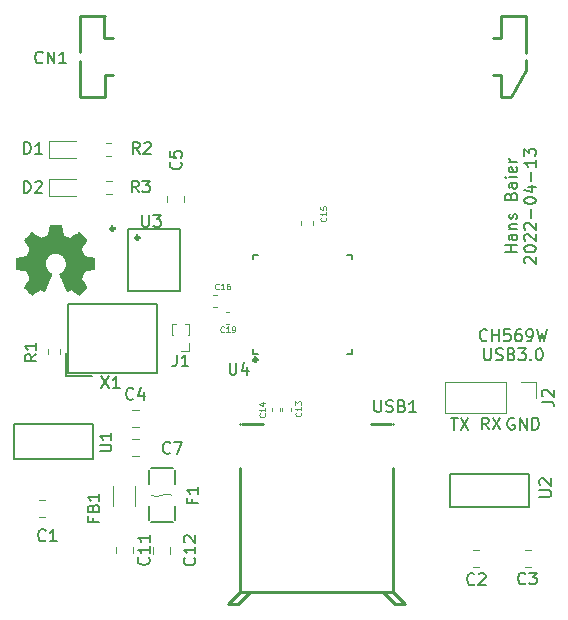
<source format=gbr>
%TF.GenerationSoftware,KiCad,Pcbnew,6.0.4-6f826c9f35~116~ubuntu20.04.1*%
%TF.CreationDate,2022-04-18T13:25:31+07:00*%
%TF.ProjectId,CH569Board,43483536-3942-46f6-9172-642e6b696361,rev?*%
%TF.SameCoordinates,Original*%
%TF.FileFunction,Legend,Top*%
%TF.FilePolarity,Positive*%
%FSLAX46Y46*%
G04 Gerber Fmt 4.6, Leading zero omitted, Abs format (unit mm)*
G04 Created by KiCad (PCBNEW 6.0.4-6f826c9f35~116~ubuntu20.04.1) date 2022-04-18 13:25:31*
%MOMM*%
%LPD*%
G01*
G04 APERTURE LIST*
%ADD10C,0.150000*%
%ADD11C,0.125000*%
%ADD12C,0.250000*%
%ADD13C,0.120000*%
%ADD14C,0.010000*%
%ADD15C,0.080000*%
%ADD16C,0.300000*%
%ADD17C,0.200000*%
G04 APERTURE END LIST*
D10*
X143757380Y-98954761D02*
X142757380Y-98954761D01*
X143233571Y-98954761D02*
X143233571Y-98383333D01*
X143757380Y-98383333D02*
X142757380Y-98383333D01*
X143757380Y-97478571D02*
X143233571Y-97478571D01*
X143138333Y-97526190D01*
X143090714Y-97621428D01*
X143090714Y-97811904D01*
X143138333Y-97907142D01*
X143709761Y-97478571D02*
X143757380Y-97573809D01*
X143757380Y-97811904D01*
X143709761Y-97907142D01*
X143614523Y-97954761D01*
X143519285Y-97954761D01*
X143424047Y-97907142D01*
X143376428Y-97811904D01*
X143376428Y-97573809D01*
X143328809Y-97478571D01*
X143090714Y-97002380D02*
X143757380Y-97002380D01*
X143185952Y-97002380D02*
X143138333Y-96954761D01*
X143090714Y-96859523D01*
X143090714Y-96716666D01*
X143138333Y-96621428D01*
X143233571Y-96573809D01*
X143757380Y-96573809D01*
X143709761Y-96145238D02*
X143757380Y-96050000D01*
X143757380Y-95859523D01*
X143709761Y-95764285D01*
X143614523Y-95716666D01*
X143566904Y-95716666D01*
X143471666Y-95764285D01*
X143424047Y-95859523D01*
X143424047Y-96002380D01*
X143376428Y-96097619D01*
X143281190Y-96145238D01*
X143233571Y-96145238D01*
X143138333Y-96097619D01*
X143090714Y-96002380D01*
X143090714Y-95859523D01*
X143138333Y-95764285D01*
X143233571Y-94192857D02*
X143281190Y-94050000D01*
X143328809Y-94002380D01*
X143424047Y-93954761D01*
X143566904Y-93954761D01*
X143662142Y-94002380D01*
X143709761Y-94050000D01*
X143757380Y-94145238D01*
X143757380Y-94526190D01*
X142757380Y-94526190D01*
X142757380Y-94192857D01*
X142805000Y-94097619D01*
X142852619Y-94050000D01*
X142947857Y-94002380D01*
X143043095Y-94002380D01*
X143138333Y-94050000D01*
X143185952Y-94097619D01*
X143233571Y-94192857D01*
X143233571Y-94526190D01*
X143757380Y-93097619D02*
X143233571Y-93097619D01*
X143138333Y-93145238D01*
X143090714Y-93240476D01*
X143090714Y-93430952D01*
X143138333Y-93526190D01*
X143709761Y-93097619D02*
X143757380Y-93192857D01*
X143757380Y-93430952D01*
X143709761Y-93526190D01*
X143614523Y-93573809D01*
X143519285Y-93573809D01*
X143424047Y-93526190D01*
X143376428Y-93430952D01*
X143376428Y-93192857D01*
X143328809Y-93097619D01*
X143757380Y-92621428D02*
X143090714Y-92621428D01*
X142757380Y-92621428D02*
X142805000Y-92669047D01*
X142852619Y-92621428D01*
X142805000Y-92573809D01*
X142757380Y-92621428D01*
X142852619Y-92621428D01*
X143709761Y-91764285D02*
X143757380Y-91859523D01*
X143757380Y-92050000D01*
X143709761Y-92145238D01*
X143614523Y-92192857D01*
X143233571Y-92192857D01*
X143138333Y-92145238D01*
X143090714Y-92050000D01*
X143090714Y-91859523D01*
X143138333Y-91764285D01*
X143233571Y-91716666D01*
X143328809Y-91716666D01*
X143424047Y-92192857D01*
X143757380Y-91288095D02*
X143090714Y-91288095D01*
X143281190Y-91288095D02*
X143185952Y-91240476D01*
X143138333Y-91192857D01*
X143090714Y-91097619D01*
X143090714Y-91002380D01*
X144462619Y-99907142D02*
X144415000Y-99859523D01*
X144367380Y-99764285D01*
X144367380Y-99526190D01*
X144415000Y-99430952D01*
X144462619Y-99383333D01*
X144557857Y-99335714D01*
X144653095Y-99335714D01*
X144795952Y-99383333D01*
X145367380Y-99954761D01*
X145367380Y-99335714D01*
X144367380Y-98716666D02*
X144367380Y-98621428D01*
X144415000Y-98526190D01*
X144462619Y-98478571D01*
X144557857Y-98430952D01*
X144748333Y-98383333D01*
X144986428Y-98383333D01*
X145176904Y-98430952D01*
X145272142Y-98478571D01*
X145319761Y-98526190D01*
X145367380Y-98621428D01*
X145367380Y-98716666D01*
X145319761Y-98811904D01*
X145272142Y-98859523D01*
X145176904Y-98907142D01*
X144986428Y-98954761D01*
X144748333Y-98954761D01*
X144557857Y-98907142D01*
X144462619Y-98859523D01*
X144415000Y-98811904D01*
X144367380Y-98716666D01*
X144462619Y-98002380D02*
X144415000Y-97954761D01*
X144367380Y-97859523D01*
X144367380Y-97621428D01*
X144415000Y-97526190D01*
X144462619Y-97478571D01*
X144557857Y-97430952D01*
X144653095Y-97430952D01*
X144795952Y-97478571D01*
X145367380Y-98050000D01*
X145367380Y-97430952D01*
X144462619Y-97050000D02*
X144415000Y-97002380D01*
X144367380Y-96907142D01*
X144367380Y-96669047D01*
X144415000Y-96573809D01*
X144462619Y-96526190D01*
X144557857Y-96478571D01*
X144653095Y-96478571D01*
X144795952Y-96526190D01*
X145367380Y-97097619D01*
X145367380Y-96478571D01*
X144986428Y-96050000D02*
X144986428Y-95288095D01*
X144367380Y-94621428D02*
X144367380Y-94526190D01*
X144415000Y-94430952D01*
X144462619Y-94383333D01*
X144557857Y-94335714D01*
X144748333Y-94288095D01*
X144986428Y-94288095D01*
X145176904Y-94335714D01*
X145272142Y-94383333D01*
X145319761Y-94430952D01*
X145367380Y-94526190D01*
X145367380Y-94621428D01*
X145319761Y-94716666D01*
X145272142Y-94764285D01*
X145176904Y-94811904D01*
X144986428Y-94859523D01*
X144748333Y-94859523D01*
X144557857Y-94811904D01*
X144462619Y-94764285D01*
X144415000Y-94716666D01*
X144367380Y-94621428D01*
X144700714Y-93430952D02*
X145367380Y-93430952D01*
X144319761Y-93669047D02*
X145034047Y-93907142D01*
X145034047Y-93288095D01*
X144986428Y-92907142D02*
X144986428Y-92145238D01*
X145367380Y-91145238D02*
X145367380Y-91716666D01*
X145367380Y-91430952D02*
X144367380Y-91430952D01*
X144510238Y-91526190D01*
X144605476Y-91621428D01*
X144653095Y-91716666D01*
X144367380Y-90811904D02*
X144367380Y-90192857D01*
X144748333Y-90526190D01*
X144748333Y-90383333D01*
X144795952Y-90288095D01*
X144843571Y-90240476D01*
X144938809Y-90192857D01*
X145176904Y-90192857D01*
X145272142Y-90240476D01*
X145319761Y-90288095D01*
X145367380Y-90383333D01*
X145367380Y-90669047D01*
X145319761Y-90764285D01*
X145272142Y-90811904D01*
X141215714Y-106402142D02*
X141168095Y-106449761D01*
X141025238Y-106497380D01*
X140930000Y-106497380D01*
X140787142Y-106449761D01*
X140691904Y-106354523D01*
X140644285Y-106259285D01*
X140596666Y-106068809D01*
X140596666Y-105925952D01*
X140644285Y-105735476D01*
X140691904Y-105640238D01*
X140787142Y-105545000D01*
X140930000Y-105497380D01*
X141025238Y-105497380D01*
X141168095Y-105545000D01*
X141215714Y-105592619D01*
X141644285Y-106497380D02*
X141644285Y-105497380D01*
X141644285Y-105973571D02*
X142215714Y-105973571D01*
X142215714Y-106497380D02*
X142215714Y-105497380D01*
X143168095Y-105497380D02*
X142691904Y-105497380D01*
X142644285Y-105973571D01*
X142691904Y-105925952D01*
X142787142Y-105878333D01*
X143025238Y-105878333D01*
X143120476Y-105925952D01*
X143168095Y-105973571D01*
X143215714Y-106068809D01*
X143215714Y-106306904D01*
X143168095Y-106402142D01*
X143120476Y-106449761D01*
X143025238Y-106497380D01*
X142787142Y-106497380D01*
X142691904Y-106449761D01*
X142644285Y-106402142D01*
X144072857Y-105497380D02*
X143882380Y-105497380D01*
X143787142Y-105545000D01*
X143739523Y-105592619D01*
X143644285Y-105735476D01*
X143596666Y-105925952D01*
X143596666Y-106306904D01*
X143644285Y-106402142D01*
X143691904Y-106449761D01*
X143787142Y-106497380D01*
X143977619Y-106497380D01*
X144072857Y-106449761D01*
X144120476Y-106402142D01*
X144168095Y-106306904D01*
X144168095Y-106068809D01*
X144120476Y-105973571D01*
X144072857Y-105925952D01*
X143977619Y-105878333D01*
X143787142Y-105878333D01*
X143691904Y-105925952D01*
X143644285Y-105973571D01*
X143596666Y-106068809D01*
X144644285Y-106497380D02*
X144834761Y-106497380D01*
X144930000Y-106449761D01*
X144977619Y-106402142D01*
X145072857Y-106259285D01*
X145120476Y-106068809D01*
X145120476Y-105687857D01*
X145072857Y-105592619D01*
X145025238Y-105545000D01*
X144930000Y-105497380D01*
X144739523Y-105497380D01*
X144644285Y-105545000D01*
X144596666Y-105592619D01*
X144549047Y-105687857D01*
X144549047Y-105925952D01*
X144596666Y-106021190D01*
X144644285Y-106068809D01*
X144739523Y-106116428D01*
X144930000Y-106116428D01*
X145025238Y-106068809D01*
X145072857Y-106021190D01*
X145120476Y-105925952D01*
X145453809Y-105497380D02*
X145691904Y-106497380D01*
X145882380Y-105783095D01*
X146072857Y-106497380D01*
X146310952Y-105497380D01*
X140977619Y-107107380D02*
X140977619Y-107916904D01*
X141025238Y-108012142D01*
X141072857Y-108059761D01*
X141168095Y-108107380D01*
X141358571Y-108107380D01*
X141453809Y-108059761D01*
X141501428Y-108012142D01*
X141549047Y-107916904D01*
X141549047Y-107107380D01*
X141977619Y-108059761D02*
X142120476Y-108107380D01*
X142358571Y-108107380D01*
X142453809Y-108059761D01*
X142501428Y-108012142D01*
X142549047Y-107916904D01*
X142549047Y-107821666D01*
X142501428Y-107726428D01*
X142453809Y-107678809D01*
X142358571Y-107631190D01*
X142168095Y-107583571D01*
X142072857Y-107535952D01*
X142025238Y-107488333D01*
X141977619Y-107393095D01*
X141977619Y-107297857D01*
X142025238Y-107202619D01*
X142072857Y-107155000D01*
X142168095Y-107107380D01*
X142406190Y-107107380D01*
X142549047Y-107155000D01*
X143310952Y-107583571D02*
X143453809Y-107631190D01*
X143501428Y-107678809D01*
X143549047Y-107774047D01*
X143549047Y-107916904D01*
X143501428Y-108012142D01*
X143453809Y-108059761D01*
X143358571Y-108107380D01*
X142977619Y-108107380D01*
X142977619Y-107107380D01*
X143310952Y-107107380D01*
X143406190Y-107155000D01*
X143453809Y-107202619D01*
X143501428Y-107297857D01*
X143501428Y-107393095D01*
X143453809Y-107488333D01*
X143406190Y-107535952D01*
X143310952Y-107583571D01*
X142977619Y-107583571D01*
X143882380Y-107107380D02*
X144501428Y-107107380D01*
X144168095Y-107488333D01*
X144310952Y-107488333D01*
X144406190Y-107535952D01*
X144453809Y-107583571D01*
X144501428Y-107678809D01*
X144501428Y-107916904D01*
X144453809Y-108012142D01*
X144406190Y-108059761D01*
X144310952Y-108107380D01*
X144025238Y-108107380D01*
X143930000Y-108059761D01*
X143882380Y-108012142D01*
X144930000Y-108012142D02*
X144977619Y-108059761D01*
X144930000Y-108107380D01*
X144882380Y-108059761D01*
X144930000Y-108012142D01*
X144930000Y-108107380D01*
X145596666Y-107107380D02*
X145691904Y-107107380D01*
X145787142Y-107155000D01*
X145834761Y-107202619D01*
X145882380Y-107297857D01*
X145930000Y-107488333D01*
X145930000Y-107726428D01*
X145882380Y-107916904D01*
X145834761Y-108012142D01*
X145787142Y-108059761D01*
X145691904Y-108107380D01*
X145596666Y-108107380D01*
X145501428Y-108059761D01*
X145453809Y-108012142D01*
X145406190Y-107916904D01*
X145358571Y-107726428D01*
X145358571Y-107488333D01*
X145406190Y-107297857D01*
X145453809Y-107202619D01*
X145501428Y-107155000D01*
X145596666Y-107107380D01*
X141363333Y-113962380D02*
X141030000Y-113486190D01*
X140791904Y-113962380D02*
X140791904Y-112962380D01*
X141172857Y-112962380D01*
X141268095Y-113010000D01*
X141315714Y-113057619D01*
X141363333Y-113152857D01*
X141363333Y-113295714D01*
X141315714Y-113390952D01*
X141268095Y-113438571D01*
X141172857Y-113486190D01*
X140791904Y-113486190D01*
X141696666Y-112962380D02*
X142363333Y-113962380D01*
X142363333Y-112962380D02*
X141696666Y-113962380D01*
X143518095Y-113030000D02*
X143422857Y-112982380D01*
X143280000Y-112982380D01*
X143137142Y-113030000D01*
X143041904Y-113125238D01*
X142994285Y-113220476D01*
X142946666Y-113410952D01*
X142946666Y-113553809D01*
X142994285Y-113744285D01*
X143041904Y-113839523D01*
X143137142Y-113934761D01*
X143280000Y-113982380D01*
X143375238Y-113982380D01*
X143518095Y-113934761D01*
X143565714Y-113887142D01*
X143565714Y-113553809D01*
X143375238Y-113553809D01*
X143994285Y-113982380D02*
X143994285Y-112982380D01*
X144565714Y-113982380D01*
X144565714Y-112982380D01*
X145041904Y-113982380D02*
X145041904Y-112982380D01*
X145280000Y-112982380D01*
X145422857Y-113030000D01*
X145518095Y-113125238D01*
X145565714Y-113220476D01*
X145613333Y-113410952D01*
X145613333Y-113553809D01*
X145565714Y-113744285D01*
X145518095Y-113839523D01*
X145422857Y-113934761D01*
X145280000Y-113982380D01*
X145041904Y-113982380D01*
X138178095Y-112982380D02*
X138749523Y-112982380D01*
X138463809Y-113982380D02*
X138463809Y-112982380D01*
X138987619Y-112982380D02*
X139654285Y-113982380D01*
X139654285Y-112982380D02*
X138987619Y-113982380D01*
%TO.C,U2*%
X145654780Y-119684704D02*
X146464304Y-119684704D01*
X146559542Y-119637085D01*
X146607161Y-119589466D01*
X146654780Y-119494228D01*
X146654780Y-119303752D01*
X146607161Y-119208514D01*
X146559542Y-119160895D01*
X146464304Y-119113276D01*
X145654780Y-119113276D01*
X145750019Y-118684704D02*
X145702400Y-118637085D01*
X145654780Y-118541847D01*
X145654780Y-118303752D01*
X145702400Y-118208514D01*
X145750019Y-118160895D01*
X145845257Y-118113276D01*
X145940495Y-118113276D01*
X146083352Y-118160895D01*
X146654780Y-118732323D01*
X146654780Y-118113276D01*
%TO.C,CN1*%
X103589523Y-82887142D02*
X103541904Y-82934761D01*
X103399047Y-82982380D01*
X103303809Y-82982380D01*
X103160952Y-82934761D01*
X103065714Y-82839523D01*
X103018095Y-82744285D01*
X102970476Y-82553809D01*
X102970476Y-82410952D01*
X103018095Y-82220476D01*
X103065714Y-82125238D01*
X103160952Y-82030000D01*
X103303809Y-81982380D01*
X103399047Y-81982380D01*
X103541904Y-82030000D01*
X103589523Y-82077619D01*
X104018095Y-82982380D02*
X104018095Y-81982380D01*
X104589523Y-82982380D01*
X104589523Y-81982380D01*
X105589523Y-82982380D02*
X105018095Y-82982380D01*
X105303809Y-82982380D02*
X105303809Y-81982380D01*
X105208571Y-82125238D01*
X105113333Y-82220476D01*
X105018095Y-82268095D01*
D11*
%TO.C,C14*%
X122398571Y-112621428D02*
X122422380Y-112645238D01*
X122446190Y-112716666D01*
X122446190Y-112764285D01*
X122422380Y-112835714D01*
X122374761Y-112883333D01*
X122327142Y-112907142D01*
X122231904Y-112930952D01*
X122160476Y-112930952D01*
X122065238Y-112907142D01*
X122017619Y-112883333D01*
X121970000Y-112835714D01*
X121946190Y-112764285D01*
X121946190Y-112716666D01*
X121970000Y-112645238D01*
X121993809Y-112621428D01*
X122446190Y-112145238D02*
X122446190Y-112430952D01*
X122446190Y-112288095D02*
X121946190Y-112288095D01*
X122017619Y-112335714D01*
X122065238Y-112383333D01*
X122089047Y-112430952D01*
X122112857Y-111716666D02*
X122446190Y-111716666D01*
X121922380Y-111835714D02*
X122279523Y-111954761D01*
X122279523Y-111645238D01*
%TO.C,C19*%
X118948571Y-105698571D02*
X118924761Y-105722380D01*
X118853333Y-105746190D01*
X118805714Y-105746190D01*
X118734285Y-105722380D01*
X118686666Y-105674761D01*
X118662857Y-105627142D01*
X118639047Y-105531904D01*
X118639047Y-105460476D01*
X118662857Y-105365238D01*
X118686666Y-105317619D01*
X118734285Y-105270000D01*
X118805714Y-105246190D01*
X118853333Y-105246190D01*
X118924761Y-105270000D01*
X118948571Y-105293809D01*
X119424761Y-105746190D02*
X119139047Y-105746190D01*
X119281904Y-105746190D02*
X119281904Y-105246190D01*
X119234285Y-105317619D01*
X119186666Y-105365238D01*
X119139047Y-105389047D01*
X119662857Y-105746190D02*
X119758095Y-105746190D01*
X119805714Y-105722380D01*
X119829523Y-105698571D01*
X119877142Y-105627142D01*
X119900952Y-105531904D01*
X119900952Y-105341428D01*
X119877142Y-105293809D01*
X119853333Y-105270000D01*
X119805714Y-105246190D01*
X119710476Y-105246190D01*
X119662857Y-105270000D01*
X119639047Y-105293809D01*
X119615238Y-105341428D01*
X119615238Y-105460476D01*
X119639047Y-105508095D01*
X119662857Y-105531904D01*
X119710476Y-105555714D01*
X119805714Y-105555714D01*
X119853333Y-105531904D01*
X119877142Y-105508095D01*
X119900952Y-105460476D01*
D10*
%TO.C,C4*%
X111288333Y-111355142D02*
X111240714Y-111402761D01*
X111097857Y-111450380D01*
X111002619Y-111450380D01*
X110859761Y-111402761D01*
X110764523Y-111307523D01*
X110716904Y-111212285D01*
X110669285Y-111021809D01*
X110669285Y-110878952D01*
X110716904Y-110688476D01*
X110764523Y-110593238D01*
X110859761Y-110498000D01*
X111002619Y-110450380D01*
X111097857Y-110450380D01*
X111240714Y-110498000D01*
X111288333Y-110545619D01*
X112145476Y-110783714D02*
X112145476Y-111450380D01*
X111907380Y-110402761D02*
X111669285Y-111117047D01*
X112288333Y-111117047D01*
D11*
%TO.C,C16*%
X118508571Y-102068571D02*
X118484761Y-102092380D01*
X118413333Y-102116190D01*
X118365714Y-102116190D01*
X118294285Y-102092380D01*
X118246666Y-102044761D01*
X118222857Y-101997142D01*
X118199047Y-101901904D01*
X118199047Y-101830476D01*
X118222857Y-101735238D01*
X118246666Y-101687619D01*
X118294285Y-101640000D01*
X118365714Y-101616190D01*
X118413333Y-101616190D01*
X118484761Y-101640000D01*
X118508571Y-101663809D01*
X118984761Y-102116190D02*
X118699047Y-102116190D01*
X118841904Y-102116190D02*
X118841904Y-101616190D01*
X118794285Y-101687619D01*
X118746666Y-101735238D01*
X118699047Y-101759047D01*
X119413333Y-101616190D02*
X119318095Y-101616190D01*
X119270476Y-101640000D01*
X119246666Y-101663809D01*
X119199047Y-101735238D01*
X119175238Y-101830476D01*
X119175238Y-102020952D01*
X119199047Y-102068571D01*
X119222857Y-102092380D01*
X119270476Y-102116190D01*
X119365714Y-102116190D01*
X119413333Y-102092380D01*
X119437142Y-102068571D01*
X119460952Y-102020952D01*
X119460952Y-101901904D01*
X119437142Y-101854285D01*
X119413333Y-101830476D01*
X119365714Y-101806666D01*
X119270476Y-101806666D01*
X119222857Y-101830476D01*
X119199047Y-101854285D01*
X119175238Y-101901904D01*
D10*
%TO.C,C1*%
X103845333Y-123339142D02*
X103797714Y-123386761D01*
X103654857Y-123434380D01*
X103559619Y-123434380D01*
X103416761Y-123386761D01*
X103321523Y-123291523D01*
X103273904Y-123196285D01*
X103226285Y-123005809D01*
X103226285Y-122862952D01*
X103273904Y-122672476D01*
X103321523Y-122577238D01*
X103416761Y-122482000D01*
X103559619Y-122434380D01*
X103654857Y-122434380D01*
X103797714Y-122482000D01*
X103845333Y-122529619D01*
X104797714Y-123434380D02*
X104226285Y-123434380D01*
X104512000Y-123434380D02*
X104512000Y-122434380D01*
X104416761Y-122577238D01*
X104321523Y-122672476D01*
X104226285Y-122720095D01*
D11*
%TO.C,C13*%
X125438571Y-112551428D02*
X125462380Y-112575238D01*
X125486190Y-112646666D01*
X125486190Y-112694285D01*
X125462380Y-112765714D01*
X125414761Y-112813333D01*
X125367142Y-112837142D01*
X125271904Y-112860952D01*
X125200476Y-112860952D01*
X125105238Y-112837142D01*
X125057619Y-112813333D01*
X125010000Y-112765714D01*
X124986190Y-112694285D01*
X124986190Y-112646666D01*
X125010000Y-112575238D01*
X125033809Y-112551428D01*
X125486190Y-112075238D02*
X125486190Y-112360952D01*
X125486190Y-112218095D02*
X124986190Y-112218095D01*
X125057619Y-112265714D01*
X125105238Y-112313333D01*
X125129047Y-112360952D01*
X124986190Y-111908571D02*
X124986190Y-111599047D01*
X125176666Y-111765714D01*
X125176666Y-111694285D01*
X125200476Y-111646666D01*
X125224285Y-111622857D01*
X125271904Y-111599047D01*
X125390952Y-111599047D01*
X125438571Y-111622857D01*
X125462380Y-111646666D01*
X125486190Y-111694285D01*
X125486190Y-111837142D01*
X125462380Y-111884761D01*
X125438571Y-111908571D01*
D10*
%TO.C,C3*%
X144460933Y-127001542D02*
X144413314Y-127049161D01*
X144270457Y-127096780D01*
X144175219Y-127096780D01*
X144032361Y-127049161D01*
X143937123Y-126953923D01*
X143889504Y-126858685D01*
X143841885Y-126668209D01*
X143841885Y-126525352D01*
X143889504Y-126334876D01*
X143937123Y-126239638D01*
X144032361Y-126144400D01*
X144175219Y-126096780D01*
X144270457Y-126096780D01*
X144413314Y-126144400D01*
X144460933Y-126192019D01*
X144794266Y-126096780D02*
X145413314Y-126096780D01*
X145079980Y-126477733D01*
X145222838Y-126477733D01*
X145318076Y-126525352D01*
X145365695Y-126572971D01*
X145413314Y-126668209D01*
X145413314Y-126906304D01*
X145365695Y-127001542D01*
X145318076Y-127049161D01*
X145222838Y-127096780D01*
X144937123Y-127096780D01*
X144841885Y-127049161D01*
X144794266Y-127001542D01*
%TO.C,C5*%
X115277142Y-91331666D02*
X115324761Y-91379285D01*
X115372380Y-91522142D01*
X115372380Y-91617380D01*
X115324761Y-91760238D01*
X115229523Y-91855476D01*
X115134285Y-91903095D01*
X114943809Y-91950714D01*
X114800952Y-91950714D01*
X114610476Y-91903095D01*
X114515238Y-91855476D01*
X114420000Y-91760238D01*
X114372380Y-91617380D01*
X114372380Y-91522142D01*
X114420000Y-91379285D01*
X114467619Y-91331666D01*
X114372380Y-90426904D02*
X114372380Y-90903095D01*
X114848571Y-90950714D01*
X114800952Y-90903095D01*
X114753333Y-90807857D01*
X114753333Y-90569761D01*
X114800952Y-90474523D01*
X114848571Y-90426904D01*
X114943809Y-90379285D01*
X115181904Y-90379285D01*
X115277142Y-90426904D01*
X115324761Y-90474523D01*
X115372380Y-90569761D01*
X115372380Y-90807857D01*
X115324761Y-90903095D01*
X115277142Y-90950714D01*
%TO.C,D2*%
X102006904Y-93942380D02*
X102006904Y-92942380D01*
X102245000Y-92942380D01*
X102387857Y-92990000D01*
X102483095Y-93085238D01*
X102530714Y-93180476D01*
X102578333Y-93370952D01*
X102578333Y-93513809D01*
X102530714Y-93704285D01*
X102483095Y-93799523D01*
X102387857Y-93894761D01*
X102245000Y-93942380D01*
X102006904Y-93942380D01*
X102959285Y-93037619D02*
X103006904Y-92990000D01*
X103102142Y-92942380D01*
X103340238Y-92942380D01*
X103435476Y-92990000D01*
X103483095Y-93037619D01*
X103530714Y-93132857D01*
X103530714Y-93228095D01*
X103483095Y-93370952D01*
X102911666Y-93942380D01*
X103530714Y-93942380D01*
%TO.C,D1*%
X102033154Y-90647380D02*
X102033154Y-89647380D01*
X102271250Y-89647380D01*
X102414107Y-89695000D01*
X102509345Y-89790238D01*
X102556964Y-89885476D01*
X102604583Y-90075952D01*
X102604583Y-90218809D01*
X102556964Y-90409285D01*
X102509345Y-90504523D01*
X102414107Y-90599761D01*
X102271250Y-90647380D01*
X102033154Y-90647380D01*
X103556964Y-90647380D02*
X102985535Y-90647380D01*
X103271250Y-90647380D02*
X103271250Y-89647380D01*
X103176011Y-89790238D01*
X103080773Y-89885476D01*
X102985535Y-89933095D01*
%TO.C,C2*%
X140142933Y-127052342D02*
X140095314Y-127099961D01*
X139952457Y-127147580D01*
X139857219Y-127147580D01*
X139714361Y-127099961D01*
X139619123Y-127004723D01*
X139571504Y-126909485D01*
X139523885Y-126719009D01*
X139523885Y-126576152D01*
X139571504Y-126385676D01*
X139619123Y-126290438D01*
X139714361Y-126195200D01*
X139857219Y-126147580D01*
X139952457Y-126147580D01*
X140095314Y-126195200D01*
X140142933Y-126242819D01*
X140523885Y-126242819D02*
X140571504Y-126195200D01*
X140666742Y-126147580D01*
X140904838Y-126147580D01*
X141000076Y-126195200D01*
X141047695Y-126242819D01*
X141095314Y-126338057D01*
X141095314Y-126433295D01*
X141047695Y-126576152D01*
X140476266Y-127147580D01*
X141095314Y-127147580D01*
%TO.C,C12*%
X116435142Y-124848857D02*
X116482761Y-124896476D01*
X116530380Y-125039333D01*
X116530380Y-125134571D01*
X116482761Y-125277428D01*
X116387523Y-125372666D01*
X116292285Y-125420285D01*
X116101809Y-125467904D01*
X115958952Y-125467904D01*
X115768476Y-125420285D01*
X115673238Y-125372666D01*
X115578000Y-125277428D01*
X115530380Y-125134571D01*
X115530380Y-125039333D01*
X115578000Y-124896476D01*
X115625619Y-124848857D01*
X116530380Y-123896476D02*
X116530380Y-124467904D01*
X116530380Y-124182190D02*
X115530380Y-124182190D01*
X115673238Y-124277428D01*
X115768476Y-124372666D01*
X115816095Y-124467904D01*
X115625619Y-123515523D02*
X115578000Y-123467904D01*
X115530380Y-123372666D01*
X115530380Y-123134571D01*
X115578000Y-123039333D01*
X115625619Y-122991714D01*
X115720857Y-122944095D01*
X115816095Y-122944095D01*
X115958952Y-122991714D01*
X116530380Y-123563142D01*
X116530380Y-122944095D01*
%TO.C,R1*%
X103068380Y-107608666D02*
X102592190Y-107942000D01*
X103068380Y-108180095D02*
X102068380Y-108180095D01*
X102068380Y-107799142D01*
X102116000Y-107703904D01*
X102163619Y-107656285D01*
X102258857Y-107608666D01*
X102401714Y-107608666D01*
X102496952Y-107656285D01*
X102544571Y-107703904D01*
X102592190Y-107799142D01*
X102592190Y-108180095D01*
X103068380Y-106656285D02*
X103068380Y-107227714D01*
X103068380Y-106942000D02*
X102068380Y-106942000D01*
X102211238Y-107037238D01*
X102306476Y-107132476D01*
X102354095Y-107227714D01*
%TO.C,J2*%
X145857380Y-111608333D02*
X146571666Y-111608333D01*
X146714523Y-111655952D01*
X146809761Y-111751190D01*
X146857380Y-111894047D01*
X146857380Y-111989285D01*
X145952619Y-111179761D02*
X145905000Y-111132142D01*
X145857380Y-111036904D01*
X145857380Y-110798809D01*
X145905000Y-110703571D01*
X145952619Y-110655952D01*
X146047857Y-110608333D01*
X146143095Y-110608333D01*
X146285952Y-110655952D01*
X146857380Y-111227380D01*
X146857380Y-110608333D01*
%TO.C,X1*%
X108550476Y-109482380D02*
X109217142Y-110482380D01*
X109217142Y-109482380D02*
X108550476Y-110482380D01*
X110121904Y-110482380D02*
X109550476Y-110482380D01*
X109836190Y-110482380D02*
X109836190Y-109482380D01*
X109740952Y-109625238D01*
X109645714Y-109720476D01*
X109550476Y-109768095D01*
%TO.C,C7*%
X114387333Y-115927142D02*
X114339714Y-115974761D01*
X114196857Y-116022380D01*
X114101619Y-116022380D01*
X113958761Y-115974761D01*
X113863523Y-115879523D01*
X113815904Y-115784285D01*
X113768285Y-115593809D01*
X113768285Y-115450952D01*
X113815904Y-115260476D01*
X113863523Y-115165238D01*
X113958761Y-115070000D01*
X114101619Y-115022380D01*
X114196857Y-115022380D01*
X114339714Y-115070000D01*
X114387333Y-115117619D01*
X114720666Y-115022380D02*
X115387333Y-115022380D01*
X114958761Y-116022380D01*
%TO.C,USB1*%
X131691904Y-111492380D02*
X131691904Y-112301904D01*
X131739523Y-112397142D01*
X131787142Y-112444761D01*
X131882380Y-112492380D01*
X132072857Y-112492380D01*
X132168095Y-112444761D01*
X132215714Y-112397142D01*
X132263333Y-112301904D01*
X132263333Y-111492380D01*
X132691904Y-112444761D02*
X132834761Y-112492380D01*
X133072857Y-112492380D01*
X133168095Y-112444761D01*
X133215714Y-112397142D01*
X133263333Y-112301904D01*
X133263333Y-112206666D01*
X133215714Y-112111428D01*
X133168095Y-112063809D01*
X133072857Y-112016190D01*
X132882380Y-111968571D01*
X132787142Y-111920952D01*
X132739523Y-111873333D01*
X132691904Y-111778095D01*
X132691904Y-111682857D01*
X132739523Y-111587619D01*
X132787142Y-111540000D01*
X132882380Y-111492380D01*
X133120476Y-111492380D01*
X133263333Y-111540000D01*
X134025238Y-111968571D02*
X134168095Y-112016190D01*
X134215714Y-112063809D01*
X134263333Y-112159047D01*
X134263333Y-112301904D01*
X134215714Y-112397142D01*
X134168095Y-112444761D01*
X134072857Y-112492380D01*
X133691904Y-112492380D01*
X133691904Y-111492380D01*
X134025238Y-111492380D01*
X134120476Y-111540000D01*
X134168095Y-111587619D01*
X134215714Y-111682857D01*
X134215714Y-111778095D01*
X134168095Y-111873333D01*
X134120476Y-111920952D01*
X134025238Y-111968571D01*
X133691904Y-111968571D01*
X135215714Y-112492380D02*
X134644285Y-112492380D01*
X134930000Y-112492380D02*
X134930000Y-111492380D01*
X134834761Y-111635238D01*
X134739523Y-111730476D01*
X134644285Y-111778095D01*
%TO.C,R3*%
X111718333Y-93902380D02*
X111385000Y-93426190D01*
X111146904Y-93902380D02*
X111146904Y-92902380D01*
X111527857Y-92902380D01*
X111623095Y-92950000D01*
X111670714Y-92997619D01*
X111718333Y-93092857D01*
X111718333Y-93235714D01*
X111670714Y-93330952D01*
X111623095Y-93378571D01*
X111527857Y-93426190D01*
X111146904Y-93426190D01*
X112051666Y-92902380D02*
X112670714Y-92902380D01*
X112337380Y-93283333D01*
X112480238Y-93283333D01*
X112575476Y-93330952D01*
X112623095Y-93378571D01*
X112670714Y-93473809D01*
X112670714Y-93711904D01*
X112623095Y-93807142D01*
X112575476Y-93854761D01*
X112480238Y-93902380D01*
X112194523Y-93902380D01*
X112099285Y-93854761D01*
X112051666Y-93807142D01*
%TO.C,R2*%
X111804583Y-90647380D02*
X111471250Y-90171190D01*
X111233154Y-90647380D02*
X111233154Y-89647380D01*
X111614107Y-89647380D01*
X111709345Y-89695000D01*
X111756964Y-89742619D01*
X111804583Y-89837857D01*
X111804583Y-89980714D01*
X111756964Y-90075952D01*
X111709345Y-90123571D01*
X111614107Y-90171190D01*
X111233154Y-90171190D01*
X112185535Y-89742619D02*
X112233154Y-89695000D01*
X112328392Y-89647380D01*
X112566488Y-89647380D01*
X112661726Y-89695000D01*
X112709345Y-89742619D01*
X112756964Y-89837857D01*
X112756964Y-89933095D01*
X112709345Y-90075952D01*
X112137916Y-90647380D01*
X112756964Y-90647380D01*
%TO.C,F1*%
X116260571Y-119879733D02*
X116260571Y-120213066D01*
X116784380Y-120213066D02*
X115784380Y-120213066D01*
X115784380Y-119736876D01*
X116784380Y-118832114D02*
X116784380Y-119403542D01*
X116784380Y-119117828D02*
X115784380Y-119117828D01*
X115927238Y-119213066D01*
X116022476Y-119308304D01*
X116070095Y-119403542D01*
D11*
%TO.C,C15*%
X127558571Y-96031428D02*
X127582380Y-96055238D01*
X127606190Y-96126666D01*
X127606190Y-96174285D01*
X127582380Y-96245714D01*
X127534761Y-96293333D01*
X127487142Y-96317142D01*
X127391904Y-96340952D01*
X127320476Y-96340952D01*
X127225238Y-96317142D01*
X127177619Y-96293333D01*
X127130000Y-96245714D01*
X127106190Y-96174285D01*
X127106190Y-96126666D01*
X127130000Y-96055238D01*
X127153809Y-96031428D01*
X127606190Y-95555238D02*
X127606190Y-95840952D01*
X127606190Y-95698095D02*
X127106190Y-95698095D01*
X127177619Y-95745714D01*
X127225238Y-95793333D01*
X127249047Y-95840952D01*
X127106190Y-95102857D02*
X127106190Y-95340952D01*
X127344285Y-95364761D01*
X127320476Y-95340952D01*
X127296666Y-95293333D01*
X127296666Y-95174285D01*
X127320476Y-95126666D01*
X127344285Y-95102857D01*
X127391904Y-95079047D01*
X127510952Y-95079047D01*
X127558571Y-95102857D01*
X127582380Y-95126666D01*
X127606190Y-95174285D01*
X127606190Y-95293333D01*
X127582380Y-95340952D01*
X127558571Y-95364761D01*
D10*
%TO.C,U3*%
X112028095Y-95812380D02*
X112028095Y-96621904D01*
X112075714Y-96717142D01*
X112123333Y-96764761D01*
X112218571Y-96812380D01*
X112409047Y-96812380D01*
X112504285Y-96764761D01*
X112551904Y-96717142D01*
X112599523Y-96621904D01*
X112599523Y-95812380D01*
X112980476Y-95812380D02*
X113599523Y-95812380D01*
X113266190Y-96193333D01*
X113409047Y-96193333D01*
X113504285Y-96240952D01*
X113551904Y-96288571D01*
X113599523Y-96383809D01*
X113599523Y-96621904D01*
X113551904Y-96717142D01*
X113504285Y-96764761D01*
X113409047Y-96812380D01*
X113123333Y-96812380D01*
X113028095Y-96764761D01*
X112980476Y-96717142D01*
%TO.C,J1*%
X114941666Y-107637380D02*
X114941666Y-108351666D01*
X114894047Y-108494523D01*
X114798809Y-108589761D01*
X114655952Y-108637380D01*
X114560714Y-108637380D01*
X115941666Y-108637380D02*
X115370238Y-108637380D01*
X115655952Y-108637380D02*
X115655952Y-107637380D01*
X115560714Y-107780238D01*
X115465476Y-107875476D01*
X115370238Y-107923095D01*
%TO.C,U1*%
X108418380Y-115823904D02*
X109227904Y-115823904D01*
X109323142Y-115776285D01*
X109370761Y-115728666D01*
X109418380Y-115633428D01*
X109418380Y-115442952D01*
X109370761Y-115347714D01*
X109323142Y-115300095D01*
X109227904Y-115252476D01*
X108418380Y-115252476D01*
X109418380Y-114252476D02*
X109418380Y-114823904D01*
X109418380Y-114538190D02*
X108418380Y-114538190D01*
X108561238Y-114633428D01*
X108656476Y-114728666D01*
X108704095Y-114823904D01*
%TO.C,U4*%
X119438095Y-108322380D02*
X119438095Y-109131904D01*
X119485714Y-109227142D01*
X119533333Y-109274761D01*
X119628571Y-109322380D01*
X119819047Y-109322380D01*
X119914285Y-109274761D01*
X119961904Y-109227142D01*
X120009523Y-109131904D01*
X120009523Y-108322380D01*
X120914285Y-108655714D02*
X120914285Y-109322380D01*
X120676190Y-108274761D02*
X120438095Y-108989047D01*
X121057142Y-108989047D01*
%TO.C,C11*%
X112567542Y-124812057D02*
X112615161Y-124859676D01*
X112662780Y-125002533D01*
X112662780Y-125097771D01*
X112615161Y-125240628D01*
X112519923Y-125335866D01*
X112424685Y-125383485D01*
X112234209Y-125431104D01*
X112091352Y-125431104D01*
X111900876Y-125383485D01*
X111805638Y-125335866D01*
X111710400Y-125240628D01*
X111662780Y-125097771D01*
X111662780Y-125002533D01*
X111710400Y-124859676D01*
X111758019Y-124812057D01*
X112662780Y-123859676D02*
X112662780Y-124431104D01*
X112662780Y-124145390D02*
X111662780Y-124145390D01*
X111805638Y-124240628D01*
X111900876Y-124335866D01*
X111948495Y-124431104D01*
X112662780Y-122907295D02*
X112662780Y-123478723D01*
X112662780Y-123193009D02*
X111662780Y-123193009D01*
X111805638Y-123288247D01*
X111900876Y-123383485D01*
X111948495Y-123478723D01*
%TO.C,FB1*%
X107878571Y-121483333D02*
X107878571Y-121816666D01*
X108402380Y-121816666D02*
X107402380Y-121816666D01*
X107402380Y-121340476D01*
X107878571Y-120626190D02*
X107926190Y-120483333D01*
X107973809Y-120435714D01*
X108069047Y-120388095D01*
X108211904Y-120388095D01*
X108307142Y-120435714D01*
X108354761Y-120483333D01*
X108402380Y-120578571D01*
X108402380Y-120959523D01*
X107402380Y-120959523D01*
X107402380Y-120626190D01*
X107450000Y-120530952D01*
X107497619Y-120483333D01*
X107592857Y-120435714D01*
X107688095Y-120435714D01*
X107783333Y-120483333D01*
X107830952Y-120530952D01*
X107878571Y-120626190D01*
X107878571Y-120959523D01*
X108402380Y-119435714D02*
X108402380Y-120007142D01*
X108402380Y-119721428D02*
X107402380Y-119721428D01*
X107545238Y-119816666D01*
X107640476Y-119911904D01*
X107688095Y-120007142D01*
%TO.C,U2*%
X138104000Y-117778000D02*
X144764000Y-117778000D01*
X144764000Y-117778000D02*
X144764000Y-120518000D01*
X144764000Y-120518000D02*
X138104000Y-120518000D01*
X138104000Y-120518000D02*
X138104000Y-117778000D01*
D12*
%TO.C,CN1*%
X142410000Y-83990000D02*
X142410000Y-85790000D01*
X108860000Y-84000000D02*
X109570000Y-84000000D01*
X144510000Y-82650000D02*
X144510000Y-83560000D01*
X143270000Y-85790000D02*
X142410000Y-85790000D01*
X106750000Y-85790000D02*
X108860000Y-85790000D01*
X144510000Y-78990000D02*
X144510000Y-82130000D01*
X108830000Y-78990000D02*
X108830000Y-80800000D01*
X106750000Y-85790000D02*
X106750000Y-82740000D01*
X144510000Y-83560000D02*
X143270000Y-85790000D01*
X108860000Y-85790000D02*
X108860000Y-84000000D01*
X106750000Y-78990000D02*
X108850000Y-78990000D01*
X142410000Y-83990000D02*
X141700000Y-83990000D01*
X106750000Y-82030000D02*
X106750000Y-78990000D01*
X144510000Y-78990000D02*
X142390000Y-78990000D01*
X142390000Y-80790000D02*
X141700000Y-80790000D01*
X108830000Y-80800000D02*
X109570000Y-80800000D01*
X142390000Y-78990000D02*
X142390000Y-80790000D01*
D13*
%TO.C,C14*%
X122982400Y-112152164D02*
X122982400Y-112367836D01*
X123702400Y-112152164D02*
X123702400Y-112367836D01*
%TO.C,C19*%
X119390580Y-105080000D02*
X119109420Y-105080000D01*
X119390580Y-104060000D02*
X119109420Y-104060000D01*
%TO.C,C4*%
X111716252Y-112334400D02*
X111193748Y-112334400D01*
X111716252Y-113804400D02*
X111193748Y-113804400D01*
%TO.C,C16*%
X118320580Y-103570000D02*
X118039420Y-103570000D01*
X118320580Y-102550000D02*
X118039420Y-102550000D01*
%TO.C,C1*%
X103298748Y-119945000D02*
X103821252Y-119945000D01*
X103298748Y-121415000D02*
X103821252Y-121415000D01*
%TO.C,C13*%
X123902400Y-112152164D02*
X123902400Y-112367836D01*
X124622400Y-112152164D02*
X124622400Y-112367836D01*
%TO.C,N1*%
G36*
X105216563Y-97072836D02*
G01*
X105300384Y-97517460D01*
X105609669Y-97644958D01*
X105918955Y-97772456D01*
X106289995Y-97520151D01*
X106393906Y-97449901D01*
X106487836Y-97387177D01*
X106567401Y-97334843D01*
X106628219Y-97295762D01*
X106665906Y-97272798D01*
X106676170Y-97267847D01*
X106694659Y-97280581D01*
X106734169Y-97315787D01*
X106790271Y-97368967D01*
X106858536Y-97435623D01*
X106934535Y-97511259D01*
X107013841Y-97591377D01*
X107092024Y-97671479D01*
X107164656Y-97747069D01*
X107227308Y-97813650D01*
X107275552Y-97866723D01*
X107304959Y-97901792D01*
X107311990Y-97913528D01*
X107301872Y-97935165D01*
X107273508Y-97982567D01*
X107229878Y-98051098D01*
X107173967Y-98136120D01*
X107108755Y-98232998D01*
X107070968Y-98288255D01*
X107002092Y-98389153D01*
X106940889Y-98480204D01*
X106890327Y-98556875D01*
X106853377Y-98614633D01*
X106833007Y-98648948D01*
X106829946Y-98656159D01*
X106836885Y-98676653D01*
X106855800Y-98724418D01*
X106883836Y-98792737D01*
X106918140Y-98874894D01*
X106955858Y-98964175D01*
X106994136Y-99053863D01*
X107030119Y-99137243D01*
X107060955Y-99207599D01*
X107083788Y-99258215D01*
X107095766Y-99282376D01*
X107096473Y-99283327D01*
X107115280Y-99287941D01*
X107165367Y-99298233D01*
X107241542Y-99313192D01*
X107338614Y-99331806D01*
X107451392Y-99353064D01*
X107517191Y-99365323D01*
X107637699Y-99388267D01*
X107746546Y-99410100D01*
X107838225Y-99429627D01*
X107907230Y-99445653D01*
X107948053Y-99456984D01*
X107956260Y-99460579D01*
X107964297Y-99484911D01*
X107970782Y-99539864D01*
X107975719Y-99619013D01*
X107979113Y-99715931D01*
X107980967Y-99824192D01*
X107981287Y-99937370D01*
X107980076Y-100049040D01*
X107977339Y-100152773D01*
X107973080Y-100242146D01*
X107967304Y-100310731D01*
X107960016Y-100352102D01*
X107955644Y-100360715D01*
X107929513Y-100371038D01*
X107874142Y-100385797D01*
X107796856Y-100403257D01*
X107704979Y-100421685D01*
X107672907Y-100427646D01*
X107518273Y-100455971D01*
X107396124Y-100478781D01*
X107302422Y-100496985D01*
X107233133Y-100511488D01*
X107184220Y-100523197D01*
X107151646Y-100533020D01*
X107131377Y-100541861D01*
X107119375Y-100550629D01*
X107117696Y-100552362D01*
X107100933Y-100580276D01*
X107075363Y-100634600D01*
X107043537Y-100708682D01*
X107008009Y-100795870D01*
X106971332Y-100889513D01*
X106936060Y-100982957D01*
X106904745Y-101069552D01*
X106879942Y-101142645D01*
X106864203Y-101195583D01*
X106860081Y-101221716D01*
X106860425Y-101222631D01*
X106874390Y-101243991D01*
X106906071Y-101290989D01*
X106952140Y-101358732D01*
X107009267Y-101442328D01*
X107074122Y-101536887D01*
X107092592Y-101563759D01*
X107158448Y-101661180D01*
X107216399Y-101750068D01*
X107263287Y-101825317D01*
X107295956Y-101881825D01*
X107311249Y-101914486D01*
X107311990Y-101918498D01*
X107299141Y-101939589D01*
X107263637Y-101981369D01*
X107210042Y-102039350D01*
X107142920Y-102109040D01*
X107066836Y-102185950D01*
X106986353Y-102265588D01*
X106906036Y-102343466D01*
X106830448Y-102415091D01*
X106764154Y-102475975D01*
X106711718Y-102521626D01*
X106677704Y-102547555D01*
X106668294Y-102551788D01*
X106646392Y-102541817D01*
X106601549Y-102514925D01*
X106541070Y-102475641D01*
X106494538Y-102444022D01*
X106410224Y-102386003D01*
X106310375Y-102317689D01*
X106210222Y-102249484D01*
X106156376Y-102212980D01*
X105974120Y-102089705D01*
X105821130Y-102172425D01*
X105751431Y-102208664D01*
X105692163Y-102236831D01*
X105652060Y-102252896D01*
X105641852Y-102255131D01*
X105629578Y-102238627D01*
X105605362Y-102191987D01*
X105571012Y-102119514D01*
X105528337Y-102025511D01*
X105479143Y-101914279D01*
X105425239Y-101790120D01*
X105368433Y-101657337D01*
X105310531Y-101520232D01*
X105253342Y-101383107D01*
X105198673Y-101250263D01*
X105148333Y-101126003D01*
X105104129Y-101014630D01*
X105067868Y-100920444D01*
X105041358Y-100847749D01*
X105026407Y-100800846D01*
X105024003Y-100784738D01*
X105043060Y-100764191D01*
X105084785Y-100730838D01*
X105140455Y-100691607D01*
X105145127Y-100688504D01*
X105289013Y-100573328D01*
X105405032Y-100438958D01*
X105492179Y-100289689D01*
X105549448Y-100129818D01*
X105575835Y-99963642D01*
X105570334Y-99795457D01*
X105531939Y-99629560D01*
X105459644Y-99470247D01*
X105438375Y-99435392D01*
X105327745Y-99294642D01*
X105197051Y-99181619D01*
X105050813Y-99096908D01*
X104893557Y-99041099D01*
X104729806Y-99014779D01*
X104564082Y-99018535D01*
X104400911Y-99052955D01*
X104244814Y-99118628D01*
X104100316Y-99216140D01*
X104055618Y-99255718D01*
X103941861Y-99379608D01*
X103858967Y-99510029D01*
X103802105Y-99656220D01*
X103770436Y-99800993D01*
X103762618Y-99963765D01*
X103788687Y-100127345D01*
X103845994Y-100286203D01*
X103931893Y-100434811D01*
X104043735Y-100567640D01*
X104178872Y-100679161D01*
X104196632Y-100690916D01*
X104252899Y-100729413D01*
X104295672Y-100762768D01*
X104316121Y-100784065D01*
X104316418Y-100784738D01*
X104312028Y-100807776D01*
X104294625Y-100860062D01*
X104266017Y-100937295D01*
X104228014Y-101035173D01*
X104182423Y-101149396D01*
X104131052Y-101275663D01*
X104075711Y-101409672D01*
X104018207Y-101547123D01*
X103960350Y-101683713D01*
X103903947Y-101815142D01*
X103850807Y-101937110D01*
X103802739Y-102045314D01*
X103761550Y-102135454D01*
X103729050Y-102203228D01*
X103707046Y-102244335D01*
X103698185Y-102255131D01*
X103671109Y-102246724D01*
X103620446Y-102224177D01*
X103554932Y-102191518D01*
X103518908Y-102172425D01*
X103365917Y-102089705D01*
X103183661Y-102212980D01*
X103090624Y-102276133D01*
X102988764Y-102345632D01*
X102893311Y-102411070D01*
X102845499Y-102444022D01*
X102778254Y-102489178D01*
X102721313Y-102524962D01*
X102682103Y-102546843D01*
X102669368Y-102551468D01*
X102650832Y-102538990D01*
X102609808Y-102504157D01*
X102550274Y-102450583D01*
X102476207Y-102381888D01*
X102391584Y-102301686D01*
X102338064Y-102250191D01*
X102244430Y-102158191D01*
X102163508Y-102075904D01*
X102098572Y-102006850D01*
X102052891Y-101954549D01*
X102029738Y-101922521D01*
X102027517Y-101916021D01*
X102037825Y-101891299D01*
X102066310Y-101841310D01*
X102109812Y-101771117D01*
X102165172Y-101685780D01*
X102229229Y-101590361D01*
X102247446Y-101563759D01*
X102313822Y-101467072D01*
X102373371Y-101380022D01*
X102422765Y-101307500D01*
X102458674Y-101254398D01*
X102477768Y-101225608D01*
X102479613Y-101222631D01*
X102476854Y-101199687D01*
X102462211Y-101149241D01*
X102438236Y-101077946D01*
X102407483Y-100992452D01*
X102372505Y-100899412D01*
X102335856Y-100805479D01*
X102300088Y-100717304D01*
X102267755Y-100641539D01*
X102241411Y-100584836D01*
X102223607Y-100553848D01*
X102222342Y-100552362D01*
X102211455Y-100543506D01*
X102193067Y-100534748D01*
X102163143Y-100525182D01*
X102117646Y-100513901D01*
X102052540Y-100499998D01*
X101963788Y-100482568D01*
X101847356Y-100460703D01*
X101699207Y-100433496D01*
X101667131Y-100427646D01*
X101572063Y-100409279D01*
X101489184Y-100391310D01*
X101425819Y-100375474D01*
X101389291Y-100363505D01*
X101384393Y-100360715D01*
X101376322Y-100335977D01*
X101369762Y-100280695D01*
X101364716Y-100201294D01*
X101361190Y-100104201D01*
X101359188Y-99995843D01*
X101358713Y-99882645D01*
X101359772Y-99771033D01*
X101362367Y-99667434D01*
X101366503Y-99578273D01*
X101372186Y-99509977D01*
X101379418Y-99468971D01*
X101383778Y-99460579D01*
X101408051Y-99452113D01*
X101463323Y-99438340D01*
X101544087Y-99420455D01*
X101644837Y-99399653D01*
X101760066Y-99377128D01*
X101822847Y-99365323D01*
X101941962Y-99343056D01*
X102048184Y-99322884D01*
X102136322Y-99305820D01*
X102201183Y-99292874D01*
X102237575Y-99285060D01*
X102243565Y-99283327D01*
X102253688Y-99263795D01*
X102275087Y-99216748D01*
X102304910Y-99148908D01*
X102340304Y-99066996D01*
X102378417Y-98977733D01*
X102416396Y-98887840D01*
X102451389Y-98804040D01*
X102480543Y-98733052D01*
X102501006Y-98681599D01*
X102509926Y-98656402D01*
X102510092Y-98655301D01*
X102499980Y-98635424D01*
X102471632Y-98589682D01*
X102428026Y-98522622D01*
X102372143Y-98438789D01*
X102306962Y-98342731D01*
X102269070Y-98287555D01*
X102200024Y-98186386D01*
X102138699Y-98094535D01*
X102088086Y-98016649D01*
X102051178Y-97957374D01*
X102030967Y-97921356D01*
X102028048Y-97913282D01*
X102040596Y-97894489D01*
X102075286Y-97854362D01*
X102127686Y-97797398D01*
X102193365Y-97728090D01*
X102267893Y-97650936D01*
X102346836Y-97570430D01*
X102425766Y-97491068D01*
X102500249Y-97417345D01*
X102565855Y-97353757D01*
X102618153Y-97304799D01*
X102652710Y-97274966D01*
X102664271Y-97267847D01*
X102683095Y-97277858D01*
X102728118Y-97305983D01*
X102794962Y-97349359D01*
X102879250Y-97405123D01*
X102976605Y-97470411D01*
X103050042Y-97520151D01*
X103421082Y-97772456D01*
X104039654Y-97517460D01*
X104123474Y-97072836D01*
X104207295Y-96628212D01*
X105132743Y-96628212D01*
X105216563Y-97072836D01*
G37*
D14*
X105216563Y-97072836D02*
X105300384Y-97517460D01*
X105609669Y-97644958D01*
X105918955Y-97772456D01*
X106289995Y-97520151D01*
X106393906Y-97449901D01*
X106487836Y-97387177D01*
X106567401Y-97334843D01*
X106628219Y-97295762D01*
X106665906Y-97272798D01*
X106676170Y-97267847D01*
X106694659Y-97280581D01*
X106734169Y-97315787D01*
X106790271Y-97368967D01*
X106858536Y-97435623D01*
X106934535Y-97511259D01*
X107013841Y-97591377D01*
X107092024Y-97671479D01*
X107164656Y-97747069D01*
X107227308Y-97813650D01*
X107275552Y-97866723D01*
X107304959Y-97901792D01*
X107311990Y-97913528D01*
X107301872Y-97935165D01*
X107273508Y-97982567D01*
X107229878Y-98051098D01*
X107173967Y-98136120D01*
X107108755Y-98232998D01*
X107070968Y-98288255D01*
X107002092Y-98389153D01*
X106940889Y-98480204D01*
X106890327Y-98556875D01*
X106853377Y-98614633D01*
X106833007Y-98648948D01*
X106829946Y-98656159D01*
X106836885Y-98676653D01*
X106855800Y-98724418D01*
X106883836Y-98792737D01*
X106918140Y-98874894D01*
X106955858Y-98964175D01*
X106994136Y-99053863D01*
X107030119Y-99137243D01*
X107060955Y-99207599D01*
X107083788Y-99258215D01*
X107095766Y-99282376D01*
X107096473Y-99283327D01*
X107115280Y-99287941D01*
X107165367Y-99298233D01*
X107241542Y-99313192D01*
X107338614Y-99331806D01*
X107451392Y-99353064D01*
X107517191Y-99365323D01*
X107637699Y-99388267D01*
X107746546Y-99410100D01*
X107838225Y-99429627D01*
X107907230Y-99445653D01*
X107948053Y-99456984D01*
X107956260Y-99460579D01*
X107964297Y-99484911D01*
X107970782Y-99539864D01*
X107975719Y-99619013D01*
X107979113Y-99715931D01*
X107980967Y-99824192D01*
X107981287Y-99937370D01*
X107980076Y-100049040D01*
X107977339Y-100152773D01*
X107973080Y-100242146D01*
X107967304Y-100310731D01*
X107960016Y-100352102D01*
X107955644Y-100360715D01*
X107929513Y-100371038D01*
X107874142Y-100385797D01*
X107796856Y-100403257D01*
X107704979Y-100421685D01*
X107672907Y-100427646D01*
X107518273Y-100455971D01*
X107396124Y-100478781D01*
X107302422Y-100496985D01*
X107233133Y-100511488D01*
X107184220Y-100523197D01*
X107151646Y-100533020D01*
X107131377Y-100541861D01*
X107119375Y-100550629D01*
X107117696Y-100552362D01*
X107100933Y-100580276D01*
X107075363Y-100634600D01*
X107043537Y-100708682D01*
X107008009Y-100795870D01*
X106971332Y-100889513D01*
X106936060Y-100982957D01*
X106904745Y-101069552D01*
X106879942Y-101142645D01*
X106864203Y-101195583D01*
X106860081Y-101221716D01*
X106860425Y-101222631D01*
X106874390Y-101243991D01*
X106906071Y-101290989D01*
X106952140Y-101358732D01*
X107009267Y-101442328D01*
X107074122Y-101536887D01*
X107092592Y-101563759D01*
X107158448Y-101661180D01*
X107216399Y-101750068D01*
X107263287Y-101825317D01*
X107295956Y-101881825D01*
X107311249Y-101914486D01*
X107311990Y-101918498D01*
X107299141Y-101939589D01*
X107263637Y-101981369D01*
X107210042Y-102039350D01*
X107142920Y-102109040D01*
X107066836Y-102185950D01*
X106986353Y-102265588D01*
X106906036Y-102343466D01*
X106830448Y-102415091D01*
X106764154Y-102475975D01*
X106711718Y-102521626D01*
X106677704Y-102547555D01*
X106668294Y-102551788D01*
X106646392Y-102541817D01*
X106601549Y-102514925D01*
X106541070Y-102475641D01*
X106494538Y-102444022D01*
X106410224Y-102386003D01*
X106310375Y-102317689D01*
X106210222Y-102249484D01*
X106156376Y-102212980D01*
X105974120Y-102089705D01*
X105821130Y-102172425D01*
X105751431Y-102208664D01*
X105692163Y-102236831D01*
X105652060Y-102252896D01*
X105641852Y-102255131D01*
X105629578Y-102238627D01*
X105605362Y-102191987D01*
X105571012Y-102119514D01*
X105528337Y-102025511D01*
X105479143Y-101914279D01*
X105425239Y-101790120D01*
X105368433Y-101657337D01*
X105310531Y-101520232D01*
X105253342Y-101383107D01*
X105198673Y-101250263D01*
X105148333Y-101126003D01*
X105104129Y-101014630D01*
X105067868Y-100920444D01*
X105041358Y-100847749D01*
X105026407Y-100800846D01*
X105024003Y-100784738D01*
X105043060Y-100764191D01*
X105084785Y-100730838D01*
X105140455Y-100691607D01*
X105145127Y-100688504D01*
X105289013Y-100573328D01*
X105405032Y-100438958D01*
X105492179Y-100289689D01*
X105549448Y-100129818D01*
X105575835Y-99963642D01*
X105570334Y-99795457D01*
X105531939Y-99629560D01*
X105459644Y-99470247D01*
X105438375Y-99435392D01*
X105327745Y-99294642D01*
X105197051Y-99181619D01*
X105050813Y-99096908D01*
X104893557Y-99041099D01*
X104729806Y-99014779D01*
X104564082Y-99018535D01*
X104400911Y-99052955D01*
X104244814Y-99118628D01*
X104100316Y-99216140D01*
X104055618Y-99255718D01*
X103941861Y-99379608D01*
X103858967Y-99510029D01*
X103802105Y-99656220D01*
X103770436Y-99800993D01*
X103762618Y-99963765D01*
X103788687Y-100127345D01*
X103845994Y-100286203D01*
X103931893Y-100434811D01*
X104043735Y-100567640D01*
X104178872Y-100679161D01*
X104196632Y-100690916D01*
X104252899Y-100729413D01*
X104295672Y-100762768D01*
X104316121Y-100784065D01*
X104316418Y-100784738D01*
X104312028Y-100807776D01*
X104294625Y-100860062D01*
X104266017Y-100937295D01*
X104228014Y-101035173D01*
X104182423Y-101149396D01*
X104131052Y-101275663D01*
X104075711Y-101409672D01*
X104018207Y-101547123D01*
X103960350Y-101683713D01*
X103903947Y-101815142D01*
X103850807Y-101937110D01*
X103802739Y-102045314D01*
X103761550Y-102135454D01*
X103729050Y-102203228D01*
X103707046Y-102244335D01*
X103698185Y-102255131D01*
X103671109Y-102246724D01*
X103620446Y-102224177D01*
X103554932Y-102191518D01*
X103518908Y-102172425D01*
X103365917Y-102089705D01*
X103183661Y-102212980D01*
X103090624Y-102276133D01*
X102988764Y-102345632D01*
X102893311Y-102411070D01*
X102845499Y-102444022D01*
X102778254Y-102489178D01*
X102721313Y-102524962D01*
X102682103Y-102546843D01*
X102669368Y-102551468D01*
X102650832Y-102538990D01*
X102609808Y-102504157D01*
X102550274Y-102450583D01*
X102476207Y-102381888D01*
X102391584Y-102301686D01*
X102338064Y-102250191D01*
X102244430Y-102158191D01*
X102163508Y-102075904D01*
X102098572Y-102006850D01*
X102052891Y-101954549D01*
X102029738Y-101922521D01*
X102027517Y-101916021D01*
X102037825Y-101891299D01*
X102066310Y-101841310D01*
X102109812Y-101771117D01*
X102165172Y-101685780D01*
X102229229Y-101590361D01*
X102247446Y-101563759D01*
X102313822Y-101467072D01*
X102373371Y-101380022D01*
X102422765Y-101307500D01*
X102458674Y-101254398D01*
X102477768Y-101225608D01*
X102479613Y-101222631D01*
X102476854Y-101199687D01*
X102462211Y-101149241D01*
X102438236Y-101077946D01*
X102407483Y-100992452D01*
X102372505Y-100899412D01*
X102335856Y-100805479D01*
X102300088Y-100717304D01*
X102267755Y-100641539D01*
X102241411Y-100584836D01*
X102223607Y-100553848D01*
X102222342Y-100552362D01*
X102211455Y-100543506D01*
X102193067Y-100534748D01*
X102163143Y-100525182D01*
X102117646Y-100513901D01*
X102052540Y-100499998D01*
X101963788Y-100482568D01*
X101847356Y-100460703D01*
X101699207Y-100433496D01*
X101667131Y-100427646D01*
X101572063Y-100409279D01*
X101489184Y-100391310D01*
X101425819Y-100375474D01*
X101389291Y-100363505D01*
X101384393Y-100360715D01*
X101376322Y-100335977D01*
X101369762Y-100280695D01*
X101364716Y-100201294D01*
X101361190Y-100104201D01*
X101359188Y-99995843D01*
X101358713Y-99882645D01*
X101359772Y-99771033D01*
X101362367Y-99667434D01*
X101366503Y-99578273D01*
X101372186Y-99509977D01*
X101379418Y-99468971D01*
X101383778Y-99460579D01*
X101408051Y-99452113D01*
X101463323Y-99438340D01*
X101544087Y-99420455D01*
X101644837Y-99399653D01*
X101760066Y-99377128D01*
X101822847Y-99365323D01*
X101941962Y-99343056D01*
X102048184Y-99322884D01*
X102136322Y-99305820D01*
X102201183Y-99292874D01*
X102237575Y-99285060D01*
X102243565Y-99283327D01*
X102253688Y-99263795D01*
X102275087Y-99216748D01*
X102304910Y-99148908D01*
X102340304Y-99066996D01*
X102378417Y-98977733D01*
X102416396Y-98887840D01*
X102451389Y-98804040D01*
X102480543Y-98733052D01*
X102501006Y-98681599D01*
X102509926Y-98656402D01*
X102510092Y-98655301D01*
X102499980Y-98635424D01*
X102471632Y-98589682D01*
X102428026Y-98522622D01*
X102372143Y-98438789D01*
X102306962Y-98342731D01*
X102269070Y-98287555D01*
X102200024Y-98186386D01*
X102138699Y-98094535D01*
X102088086Y-98016649D01*
X102051178Y-97957374D01*
X102030967Y-97921356D01*
X102028048Y-97913282D01*
X102040596Y-97894489D01*
X102075286Y-97854362D01*
X102127686Y-97797398D01*
X102193365Y-97728090D01*
X102267893Y-97650936D01*
X102346836Y-97570430D01*
X102425766Y-97491068D01*
X102500249Y-97417345D01*
X102565855Y-97353757D01*
X102618153Y-97304799D01*
X102652710Y-97274966D01*
X102664271Y-97267847D01*
X102683095Y-97277858D01*
X102728118Y-97305983D01*
X102794962Y-97349359D01*
X102879250Y-97405123D01*
X102976605Y-97470411D01*
X103050042Y-97520151D01*
X103421082Y-97772456D01*
X104039654Y-97517460D01*
X104123474Y-97072836D01*
X104207295Y-96628212D01*
X105132743Y-96628212D01*
X105216563Y-97072836D01*
D13*
%TO.C,C3*%
X144939652Y-124182200D02*
X144417148Y-124182200D01*
X144939652Y-125652200D02*
X144417148Y-125652200D01*
%TO.C,C5*%
X115575000Y-94731252D02*
X115575000Y-94208748D01*
X114105000Y-94731252D02*
X114105000Y-94208748D01*
%TO.C,D2*%
X104150000Y-92765000D02*
X104150000Y-94235000D01*
X106435000Y-92765000D02*
X104150000Y-92765000D01*
X104150000Y-94235000D02*
X106435000Y-94235000D01*
%TO.C,D1*%
X104130000Y-91005000D02*
X106415000Y-91005000D01*
X104130000Y-89535000D02*
X104130000Y-91005000D01*
X106415000Y-89535000D02*
X104130000Y-89535000D01*
%TO.C,C2*%
X140048348Y-124182200D02*
X140570852Y-124182200D01*
X140048348Y-125652200D02*
X140570852Y-125652200D01*
%TO.C,C12*%
X112945000Y-124481252D02*
X112945000Y-123958748D01*
X114415000Y-124481252D02*
X114415000Y-123958748D01*
%TO.C,R1*%
X104017500Y-107137742D02*
X104017500Y-107612258D01*
X105062500Y-107137742D02*
X105062500Y-107612258D01*
%TO.C,J2*%
X144075000Y-109945000D02*
X145405000Y-109945000D01*
X142805000Y-112605000D02*
X137665000Y-112605000D01*
X137665000Y-109945000D02*
X137665000Y-112605000D01*
X145405000Y-109945000D02*
X145405000Y-111275000D01*
X142805000Y-109945000D02*
X142805000Y-112605000D01*
X142805000Y-109945000D02*
X137665000Y-109945000D01*
D10*
%TO.C,X1*%
X105765000Y-103335000D02*
X113305000Y-103335000D01*
X113305000Y-109195000D02*
X105765000Y-109195000D01*
X105765000Y-109195000D02*
X105765000Y-103335000D01*
X105535000Y-109425000D02*
X107795000Y-109425000D01*
X105535000Y-107465000D02*
X105535000Y-109425000D01*
X113305000Y-103335000D02*
X113305000Y-109195000D01*
D13*
%TO.C,C7*%
X111716252Y-116217400D02*
X111193748Y-116217400D01*
X111716252Y-114747400D02*
X111193748Y-114747400D01*
D12*
%TO.C,USB1*%
X133270000Y-127730007D02*
X134270000Y-128730007D01*
X134270000Y-128730007D02*
X133430000Y-128730007D01*
X120300000Y-127730007D02*
X133300000Y-127730007D01*
X119300000Y-128730007D02*
X120140000Y-128730007D01*
X133300000Y-127730007D02*
X133300000Y-117210007D01*
X120300000Y-113550007D02*
X120300000Y-113530007D01*
X120300000Y-127730007D02*
X119300000Y-128730007D01*
X120480000Y-113550007D02*
X122220000Y-113550007D01*
X120140000Y-128730007D02*
X121140000Y-127730007D01*
X120300000Y-113550007D02*
X120320000Y-113550007D01*
X120300000Y-127730007D02*
X120300000Y-117210007D01*
X131380000Y-113550007D02*
X133120000Y-113550007D01*
X133280000Y-113550007D02*
X133300000Y-113550007D01*
X133430000Y-128730007D02*
X132430000Y-127730007D01*
D13*
%TO.C,R3*%
X108977742Y-94022500D02*
X109452258Y-94022500D01*
X108977742Y-92977500D02*
X109452258Y-92977500D01*
%TO.C,R2*%
X108937742Y-89757500D02*
X109412258Y-89757500D01*
X108937742Y-90802500D02*
X109412258Y-90802500D01*
D10*
%TO.C,F1*%
X114770000Y-121666400D02*
X114770000Y-120476400D01*
X112590000Y-120476400D02*
X112590000Y-121666400D01*
X112740000Y-121816400D02*
X114620000Y-121816400D01*
X112740000Y-117276400D02*
X114620000Y-117276400D01*
X114770000Y-117426400D02*
X114770000Y-118616400D01*
X112590000Y-118616400D02*
X112590000Y-117426400D01*
D15*
X112840000Y-119546400D02*
G75*
G03*
X113682199Y-119545131I420000J730000D01*
G01*
X114520000Y-119546400D02*
G75*
G03*
X113677801Y-119547669I-420001J-729999D01*
G01*
D13*
%TO.C,C15*%
X126510000Y-96630580D02*
X126510000Y-96349420D01*
X125490000Y-96630580D02*
X125490000Y-96349420D01*
D10*
%TO.C,U3*%
X115220000Y-102287500D02*
X110860000Y-102287500D01*
X110860000Y-102287500D02*
X110860000Y-97007500D01*
X110860000Y-97007500D02*
X115220000Y-97007500D01*
X115220000Y-97007500D02*
X115220000Y-102287500D01*
D16*
X109660000Y-96977500D02*
G75*
G03*
X109660000Y-96977500I-150000J0D01*
G01*
X111770000Y-97737500D02*
G75*
G03*
X111770000Y-97737500I-150000J0D01*
G01*
D13*
%TO.C,J1*%
X115970000Y-106625000D02*
X115970000Y-107310000D01*
X115970000Y-105940000D02*
X115883276Y-105940000D01*
X115970000Y-105065000D02*
X115669493Y-105065000D01*
X115970000Y-107310000D02*
X115275000Y-107310000D01*
X114580000Y-105940000D02*
X114580000Y-105065000D01*
X114666724Y-105940000D02*
X114580000Y-105940000D01*
X115970000Y-105940000D02*
X115970000Y-105065000D01*
X114880507Y-105065000D02*
X114580000Y-105065000D01*
D10*
%TO.C,U1*%
X101209000Y-116462000D02*
X101209000Y-113522000D01*
X101209000Y-113522000D02*
X107869000Y-113522000D01*
X107869000Y-116462000D02*
X101209000Y-116462000D01*
X107869000Y-113522000D02*
X107869000Y-116462000D01*
D17*
%TO.C,U4*%
X129802600Y-107560000D02*
X129802600Y-107130000D01*
X129802600Y-99580000D02*
X129802600Y-99160000D01*
X121402600Y-107560000D02*
X121402600Y-107130000D01*
X121402600Y-99160000D02*
X121402600Y-99580000D01*
X129802600Y-99160000D02*
X129382600Y-99160000D01*
X129382600Y-107560000D02*
X129802600Y-107560000D01*
X121832600Y-99160000D02*
X121402600Y-99160000D01*
X121832600Y-107560000D02*
X121402600Y-107560000D01*
D16*
X121602584Y-107929667D02*
G75*
G03*
X121612600Y-107930000I15J-150333D01*
G01*
D13*
%TO.C,C11*%
X109795400Y-123907948D02*
X109795400Y-124430452D01*
X111265400Y-123907948D02*
X111265400Y-124430452D01*
%TO.C,FB1*%
X109595000Y-118787158D02*
X109595000Y-120457642D01*
X111415000Y-118787158D02*
X111415000Y-120457642D01*
%TD*%
M02*

</source>
